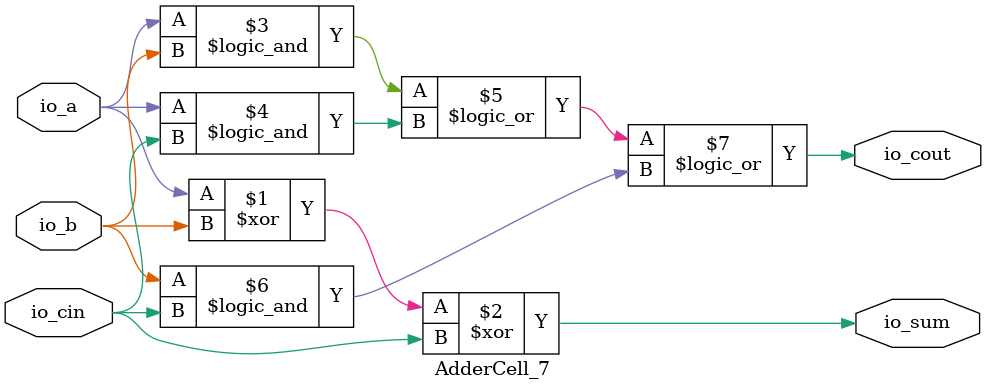
<source format=v>

`timescale 1ns/1ps

module Adder (
);

  wire                cellArray_0_io_a;
  wire                cellArray_0_io_b;
  wire                cellArray_0_io_cin;
  wire                cellArray_1_io_a;
  wire                cellArray_1_io_b;
  wire                cellArray_2_io_a;
  wire                cellArray_2_io_b;
  wire                cellArray_3_io_a;
  wire                cellArray_3_io_b;
  wire                cellArray_4_io_a;
  wire                cellArray_4_io_b;
  wire                cellArray_5_io_a;
  wire                cellArray_5_io_b;
  wire                cellArray_6_io_a;
  wire                cellArray_6_io_b;
  wire                cellArray_7_io_a;
  wire                cellArray_7_io_b;
  wire                cellArray_0_io_sum;
  wire                cellArray_0_io_cout;
  wire                cellArray_1_io_sum;
  wire                cellArray_1_io_cout;
  wire                cellArray_2_io_sum;
  wire                cellArray_2_io_cout;
  wire                cellArray_3_io_sum;
  wire                cellArray_3_io_cout;
  wire                cellArray_4_io_sum;
  wire                cellArray_4_io_cout;
  wire                cellArray_5_io_sum;
  wire                cellArray_5_io_cout;
  wire                cellArray_6_io_sum;
  wire                cellArray_6_io_cout;
  wire                cellArray_7_io_sum;
  wire                cellArray_7_io_cout;

  AdderCell_7 cellArray_0 (
    .io_a    (cellArray_0_io_a   ), //i
    .io_b    (cellArray_0_io_b   ), //i
    .io_cin  (cellArray_0_io_cin ), //i
    .io_sum  (cellArray_0_io_sum ), //o
    .io_cout (cellArray_0_io_cout)  //o
  );
  AdderCell_7 cellArray_1 (
    .io_a    (cellArray_1_io_a   ), //i
    .io_b    (cellArray_1_io_b   ), //i
    .io_cin  (cellArray_0_io_cout), //i
    .io_sum  (cellArray_1_io_sum ), //o
    .io_cout (cellArray_1_io_cout)  //o
  );
  AdderCell_7 cellArray_2 (
    .io_a    (cellArray_2_io_a   ), //i
    .io_b    (cellArray_2_io_b   ), //i
    .io_cin  (cellArray_1_io_cout), //i
    .io_sum  (cellArray_2_io_sum ), //o
    .io_cout (cellArray_2_io_cout)  //o
  );
  AdderCell_7 cellArray_3 (
    .io_a    (cellArray_3_io_a   ), //i
    .io_b    (cellArray_3_io_b   ), //i
    .io_cin  (cellArray_2_io_cout), //i
    .io_sum  (cellArray_3_io_sum ), //o
    .io_cout (cellArray_3_io_cout)  //o
  );
  AdderCell_7 cellArray_4 (
    .io_a    (cellArray_4_io_a   ), //i
    .io_b    (cellArray_4_io_b   ), //i
    .io_cin  (cellArray_3_io_cout), //i
    .io_sum  (cellArray_4_io_sum ), //o
    .io_cout (cellArray_4_io_cout)  //o
  );
  AdderCell_7 cellArray_5 (
    .io_a    (cellArray_5_io_a   ), //i
    .io_b    (cellArray_5_io_b   ), //i
    .io_cin  (cellArray_4_io_cout), //i
    .io_sum  (cellArray_5_io_sum ), //o
    .io_cout (cellArray_5_io_cout)  //o
  );
  AdderCell_7 cellArray_6 (
    .io_a    (cellArray_6_io_a   ), //i
    .io_b    (cellArray_6_io_b   ), //i
    .io_cin  (cellArray_5_io_cout), //i
    .io_sum  (cellArray_6_io_sum ), //o
    .io_cout (cellArray_6_io_cout)  //o
  );
  AdderCell_7 cellArray_7 (
    .io_a    (cellArray_7_io_a   ), //i
    .io_b    (cellArray_7_io_b   ), //i
    .io_cin  (cellArray_6_io_cout), //i
    .io_sum  (cellArray_7_io_sum ), //o
    .io_cout (cellArray_7_io_cout)  //o
  );

endmodule

//AdderCell_7 replaced by AdderCell_7

//AdderCell_7 replaced by AdderCell_7

//AdderCell_7 replaced by AdderCell_7

//AdderCell_7 replaced by AdderCell_7

//AdderCell_7 replaced by AdderCell_7

//AdderCell_7 replaced by AdderCell_7

//AdderCell_7 replaced by AdderCell_7

module AdderCell_7 (
  input               io_a,
  input               io_b,
  input               io_cin,
  output              io_sum,
  output              io_cout
);


  assign io_sum = ((io_a ^ io_b) ^ io_cin);
  assign io_cout = (((io_a && io_b) || (io_a && io_cin)) || (io_b && io_cin));

endmodule

</source>
